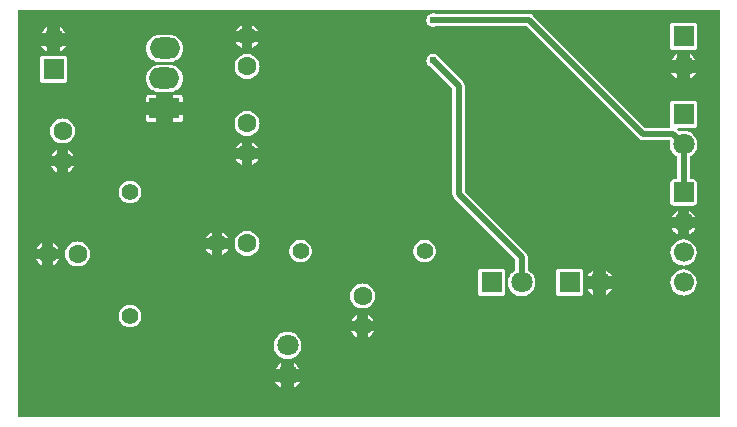
<source format=gbl>
G04 Layer: BottomLayer*
G04 EasyEDA v6.5.40, 2024-08-20 21:44:02*
G04 Gerber Generator version 0.2*
G04 Scale: 100 percent, Rotated: No, Reflected: No *
G04 Dimensions in inches *
G04 leading zeros omitted , absolute positions ,3 integer and 6 decimal *
%FSLAX36Y36*%
%MOIN*%

%ADD10C,0.0200*%
%ADD11C,0.0630*%
%ADD12C,0.0709*%
%ADD13R,0.0709X0.0709*%
%ADD14R,0.0669X0.0669*%
%ADD15C,0.0669*%
%ADD16C,0.0551*%
%ADD17O,0.10236200000000001X0.070866*%
%ADD18R,0.1024X0.0709*%
%ADD19C,0.0244*%
%ADD20C,0.0173*%

%LPD*%
G36*
X14200Y-1367760D02*
G01*
X12660Y-1367440D01*
X11379Y-1366579D01*
X10500Y-1365280D01*
X10200Y-1363760D01*
X10200Y-14200D01*
X10500Y-12660D01*
X11379Y-11379D01*
X12660Y-10500D01*
X14200Y-10200D01*
X2348000Y-10200D01*
X2349540Y-10500D01*
X2350820Y-11379D01*
X2351700Y-12660D01*
X2352000Y-14200D01*
X2352000Y-1363760D01*
X2351700Y-1365280D01*
X2350820Y-1366579D01*
X2349540Y-1367440D01*
X2348000Y-1367760D01*
G37*

%LPC*%
G36*
X930220Y-1270820D02*
G01*
X931979Y-1269980D01*
X936820Y-1266920D01*
X941240Y-1263260D01*
X945160Y-1259080D01*
X948520Y-1254440D01*
X950840Y-1250220D01*
X930220Y-1250220D01*
G37*
G36*
X889780Y-1270820D02*
G01*
X889780Y-1250220D01*
X869160Y-1250220D01*
X871480Y-1254440D01*
X874840Y-1259080D01*
X878760Y-1263260D01*
X883180Y-1266920D01*
X888020Y-1269980D01*
G37*
G36*
X930220Y-1209780D02*
G01*
X950840Y-1209780D01*
X948520Y-1205560D01*
X945160Y-1200920D01*
X941240Y-1196740D01*
X936820Y-1193080D01*
X931979Y-1190020D01*
X930220Y-1189180D01*
G37*
G36*
X869160Y-1209780D02*
G01*
X889780Y-1209780D01*
X889780Y-1189180D01*
X888020Y-1190020D01*
X883180Y-1193080D01*
X878760Y-1196740D01*
X874840Y-1200920D01*
X871480Y-1205560D01*
G37*
G36*
X910000Y-1175620D02*
G01*
X915720Y-1175260D01*
X921340Y-1174200D01*
X926800Y-1172420D01*
X931979Y-1169980D01*
X936820Y-1166920D01*
X941240Y-1163260D01*
X945160Y-1159080D01*
X948520Y-1154440D01*
X951280Y-1149420D01*
X953400Y-1144100D01*
X954820Y-1138540D01*
X955540Y-1132860D01*
X955540Y-1127140D01*
X954820Y-1121460D01*
X953400Y-1115900D01*
X951280Y-1110580D01*
X948520Y-1105560D01*
X945160Y-1100920D01*
X941240Y-1096740D01*
X936820Y-1093080D01*
X931979Y-1090020D01*
X926800Y-1087580D01*
X921340Y-1085800D01*
X915720Y-1084740D01*
X910000Y-1084380D01*
X904280Y-1084740D01*
X898660Y-1085800D01*
X893199Y-1087580D01*
X888020Y-1090020D01*
X883180Y-1093080D01*
X878760Y-1096740D01*
X874840Y-1100920D01*
X871480Y-1105560D01*
X868720Y-1110580D01*
X866600Y-1115900D01*
X865180Y-1121460D01*
X864460Y-1127140D01*
X864460Y-1132860D01*
X865180Y-1138540D01*
X866600Y-1144100D01*
X868720Y-1149420D01*
X871480Y-1154440D01*
X874840Y-1159080D01*
X878760Y-1163260D01*
X883180Y-1166920D01*
X888020Y-1169980D01*
X893199Y-1172420D01*
X898660Y-1174200D01*
X904280Y-1175260D01*
G37*
G36*
X1141760Y-1102380D02*
G01*
X1141760Y-1083240D01*
X1122620Y-1083240D01*
X1123900Y-1085840D01*
X1126920Y-1090380D01*
X1130520Y-1094480D01*
X1134620Y-1098080D01*
X1139160Y-1101100D01*
G37*
G36*
X1178240Y-1102380D02*
G01*
X1180840Y-1101100D01*
X1185380Y-1098080D01*
X1189480Y-1094480D01*
X1193080Y-1090380D01*
X1196100Y-1085840D01*
X1197380Y-1083240D01*
X1178240Y-1083240D01*
G37*
G36*
X385000Y-1069440D02*
G01*
X390140Y-1069100D01*
X395180Y-1068040D01*
X400040Y-1066320D01*
X404620Y-1063940D01*
X408820Y-1060980D01*
X412580Y-1057460D01*
X415840Y-1053460D01*
X418519Y-1049060D01*
X420580Y-1044340D01*
X421960Y-1039380D01*
X422660Y-1034260D01*
X422660Y-1029120D01*
X421960Y-1024020D01*
X420580Y-1019060D01*
X418519Y-1014320D01*
X415840Y-1009920D01*
X412580Y-1005920D01*
X408820Y-1002420D01*
X404620Y-999440D01*
X400040Y-997060D01*
X395180Y-995340D01*
X390140Y-994300D01*
X385000Y-993940D01*
X379860Y-994300D01*
X374820Y-995340D01*
X369960Y-997060D01*
X365379Y-999440D01*
X361180Y-1002420D01*
X357420Y-1005920D01*
X354159Y-1009920D01*
X351480Y-1014320D01*
X349440Y-1019060D01*
X348040Y-1024020D01*
X347340Y-1029120D01*
X347340Y-1034260D01*
X348040Y-1039380D01*
X349440Y-1044340D01*
X351480Y-1049060D01*
X354159Y-1053460D01*
X357420Y-1057460D01*
X361180Y-1060980D01*
X365379Y-1063940D01*
X369960Y-1066320D01*
X374820Y-1068040D01*
X379860Y-1069100D01*
G37*
G36*
X1178240Y-1046760D02*
G01*
X1197380Y-1046760D01*
X1196100Y-1044160D01*
X1193080Y-1039620D01*
X1189480Y-1035520D01*
X1185380Y-1031919D01*
X1180840Y-1028900D01*
X1178240Y-1027620D01*
G37*
G36*
X1122620Y-1046760D02*
G01*
X1141760Y-1046760D01*
X1141760Y-1027620D01*
X1139160Y-1028900D01*
X1134620Y-1031919D01*
X1130520Y-1035520D01*
X1126920Y-1039620D01*
X1123900Y-1044160D01*
G37*
G36*
X1160000Y-1006680D02*
G01*
X1165440Y-1006340D01*
X1170780Y-1005260D01*
X1175960Y-1003520D01*
X1180840Y-1001100D01*
X1185380Y-998080D01*
X1189480Y-994479D01*
X1193080Y-990380D01*
X1196100Y-985840D01*
X1198520Y-980960D01*
X1200260Y-975780D01*
X1201340Y-970440D01*
X1201680Y-965000D01*
X1201340Y-959560D01*
X1200260Y-954220D01*
X1198520Y-949040D01*
X1196100Y-944160D01*
X1193080Y-939620D01*
X1189480Y-935520D01*
X1185380Y-931919D01*
X1180840Y-928900D01*
X1175960Y-926480D01*
X1170780Y-924740D01*
X1165440Y-923660D01*
X1160000Y-923319D01*
X1154560Y-923660D01*
X1149220Y-924740D01*
X1144040Y-926480D01*
X1139160Y-928900D01*
X1134620Y-931919D01*
X1130520Y-935520D01*
X1126920Y-939620D01*
X1123900Y-944160D01*
X1121480Y-949040D01*
X1119740Y-954220D01*
X1118660Y-959560D01*
X1118320Y-965000D01*
X1118660Y-970440D01*
X1119740Y-975780D01*
X1121480Y-980960D01*
X1123900Y-985840D01*
X1126920Y-990380D01*
X1130520Y-994479D01*
X1134620Y-998080D01*
X1139160Y-1001100D01*
X1144040Y-1003520D01*
X1149220Y-1005260D01*
X1154560Y-1006340D01*
G37*
G36*
X1814800Y-965639D02*
G01*
X1885200Y-965639D01*
X1887700Y-965360D01*
X1889840Y-964599D01*
X1891780Y-963379D01*
X1893380Y-961780D01*
X1894600Y-959840D01*
X1895360Y-957700D01*
X1895640Y-955200D01*
X1895640Y-884800D01*
X1895360Y-882300D01*
X1894600Y-880160D01*
X1893380Y-878220D01*
X1891780Y-876620D01*
X1889840Y-875400D01*
X1887700Y-874640D01*
X1885200Y-874360D01*
X1814800Y-874360D01*
X1812300Y-874640D01*
X1810160Y-875400D01*
X1808220Y-876620D01*
X1806620Y-878220D01*
X1805400Y-880160D01*
X1804640Y-882300D01*
X1804360Y-884800D01*
X1804360Y-955200D01*
X1804640Y-957700D01*
X1805400Y-959840D01*
X1806620Y-961780D01*
X1808220Y-963379D01*
X1810160Y-964599D01*
X1812300Y-965360D01*
G37*
G36*
X1554800Y-965639D02*
G01*
X1625200Y-965639D01*
X1627700Y-965360D01*
X1629840Y-964599D01*
X1631780Y-963379D01*
X1633380Y-961780D01*
X1634600Y-959840D01*
X1635360Y-957700D01*
X1635640Y-955200D01*
X1635640Y-884800D01*
X1635360Y-882300D01*
X1634600Y-880160D01*
X1633380Y-878220D01*
X1631780Y-876620D01*
X1629840Y-875400D01*
X1627700Y-874640D01*
X1625200Y-874360D01*
X1554800Y-874360D01*
X1552300Y-874640D01*
X1550160Y-875400D01*
X1548220Y-876620D01*
X1546620Y-878220D01*
X1545400Y-880160D01*
X1544640Y-882300D01*
X1544360Y-884800D01*
X1544360Y-955200D01*
X1544640Y-957700D01*
X1545400Y-959840D01*
X1546620Y-961780D01*
X1548220Y-963379D01*
X1550160Y-964599D01*
X1552300Y-965360D01*
G37*
G36*
X1687140Y-965540D02*
G01*
X1692860Y-965540D01*
X1698540Y-964820D01*
X1704100Y-963400D01*
X1709420Y-961280D01*
X1714440Y-958520D01*
X1719079Y-955160D01*
X1723260Y-951240D01*
X1726920Y-946820D01*
X1729980Y-941979D01*
X1732420Y-936800D01*
X1734199Y-931340D01*
X1735260Y-925720D01*
X1735620Y-920000D01*
X1735260Y-914280D01*
X1734199Y-908660D01*
X1732420Y-903199D01*
X1729980Y-898020D01*
X1726920Y-893180D01*
X1723260Y-888760D01*
X1719079Y-884840D01*
X1714440Y-881480D01*
X1712280Y-880280D01*
X1711180Y-879400D01*
X1710460Y-878180D01*
X1710200Y-876780D01*
X1710200Y-835080D01*
X1710120Y-833240D01*
X1709880Y-831500D01*
X1709500Y-829780D01*
X1708980Y-828100D01*
X1708300Y-826460D01*
X1707500Y-824900D01*
X1706540Y-823420D01*
X1705480Y-822020D01*
X1704220Y-820660D01*
X1501380Y-617800D01*
X1500500Y-616500D01*
X1500200Y-614980D01*
X1500200Y-265080D01*
X1500120Y-263240D01*
X1499880Y-261500D01*
X1499500Y-259780D01*
X1498980Y-258100D01*
X1498300Y-256460D01*
X1497500Y-254899D01*
X1496540Y-253420D01*
X1495480Y-252020D01*
X1494220Y-250660D01*
X1416639Y-173060D01*
X1415820Y-171880D01*
X1414540Y-169080D01*
X1412420Y-165940D01*
X1409800Y-163200D01*
X1406740Y-160940D01*
X1403340Y-159220D01*
X1399720Y-158120D01*
X1395960Y-157620D01*
X1392160Y-157800D01*
X1388440Y-158600D01*
X1384920Y-160000D01*
X1381680Y-162000D01*
X1378839Y-164500D01*
X1376440Y-167460D01*
X1374600Y-170780D01*
X1373340Y-174360D01*
X1372700Y-178100D01*
X1372700Y-181900D01*
X1373340Y-185640D01*
X1374600Y-189220D01*
X1376440Y-192540D01*
X1378839Y-195500D01*
X1381680Y-198000D01*
X1384920Y-200000D01*
X1386680Y-200700D01*
X1388020Y-201580D01*
X1458620Y-272200D01*
X1459500Y-273500D01*
X1459800Y-275020D01*
X1459800Y-624920D01*
X1459880Y-626760D01*
X1460120Y-628500D01*
X1460500Y-630220D01*
X1461020Y-631900D01*
X1461699Y-633540D01*
X1462500Y-635100D01*
X1463460Y-636580D01*
X1464520Y-637980D01*
X1465780Y-639340D01*
X1668620Y-842200D01*
X1669500Y-843500D01*
X1669800Y-845020D01*
X1669800Y-876780D01*
X1669540Y-878180D01*
X1668820Y-879400D01*
X1667720Y-880280D01*
X1665560Y-881480D01*
X1660920Y-884840D01*
X1656740Y-888760D01*
X1653080Y-893180D01*
X1650020Y-898020D01*
X1647580Y-903199D01*
X1645800Y-908660D01*
X1644740Y-914280D01*
X1644379Y-920000D01*
X1644740Y-925720D01*
X1645800Y-931340D01*
X1647580Y-936800D01*
X1650020Y-941979D01*
X1653080Y-946820D01*
X1656740Y-951240D01*
X1660920Y-955160D01*
X1665560Y-958520D01*
X1670580Y-961280D01*
X1675900Y-963400D01*
X1681459Y-964820D01*
G37*
G36*
X2230000Y-963660D02*
G01*
X2235580Y-963300D01*
X2241080Y-962220D01*
X2246380Y-960460D01*
X2251420Y-958040D01*
X2256120Y-954980D01*
X2260380Y-951360D01*
X2264140Y-947220D01*
X2267340Y-942640D01*
X2269920Y-937680D01*
X2271860Y-932420D01*
X2273100Y-926960D01*
X2273640Y-921400D01*
X2273460Y-915800D01*
X2272560Y-910280D01*
X2270980Y-904920D01*
X2268700Y-899800D01*
X2265800Y-895020D01*
X2262320Y-890639D01*
X2258300Y-886760D01*
X2253820Y-883420D01*
X2248940Y-880660D01*
X2243760Y-878560D01*
X2238340Y-877140D01*
X2232800Y-876440D01*
X2227200Y-876440D01*
X2221660Y-877140D01*
X2216240Y-878560D01*
X2211060Y-880660D01*
X2206180Y-883420D01*
X2201700Y-886760D01*
X2197680Y-890639D01*
X2194200Y-895020D01*
X2191300Y-899800D01*
X2189040Y-904920D01*
X2187440Y-910280D01*
X2186540Y-915800D01*
X2186360Y-921400D01*
X2186900Y-926960D01*
X2188140Y-932420D01*
X2190080Y-937680D01*
X2192660Y-942640D01*
X2195860Y-947220D01*
X2199620Y-951360D01*
X2203880Y-954980D01*
X2208580Y-958040D01*
X2213620Y-960460D01*
X2218920Y-962220D01*
X2224420Y-963300D01*
G37*
G36*
X1970220Y-960840D02*
G01*
X1974440Y-958520D01*
X1979079Y-955160D01*
X1983260Y-951240D01*
X1986920Y-946820D01*
X1989980Y-941979D01*
X1990820Y-940220D01*
X1970220Y-940220D01*
G37*
G36*
X1929780Y-960840D02*
G01*
X1929780Y-940220D01*
X1909180Y-940220D01*
X1910020Y-941979D01*
X1913080Y-946820D01*
X1916740Y-951240D01*
X1920920Y-955160D01*
X1925560Y-958520D01*
G37*
G36*
X1909180Y-899780D02*
G01*
X1929780Y-899780D01*
X1929780Y-879160D01*
X1925560Y-881480D01*
X1920920Y-884840D01*
X1916740Y-888760D01*
X1913080Y-893180D01*
X1910020Y-898020D01*
G37*
G36*
X1970220Y-899780D02*
G01*
X1990820Y-899780D01*
X1989980Y-898020D01*
X1986920Y-893180D01*
X1983260Y-888760D01*
X1979079Y-884840D01*
X1974440Y-881480D01*
X1970220Y-879160D01*
G37*
G36*
X210000Y-866680D02*
G01*
X215440Y-866340D01*
X220780Y-865260D01*
X225960Y-863520D01*
X230840Y-861100D01*
X235380Y-858080D01*
X239480Y-854479D01*
X243080Y-850380D01*
X246100Y-845840D01*
X248520Y-840960D01*
X250260Y-835780D01*
X251340Y-830440D01*
X251680Y-825000D01*
X251340Y-819560D01*
X250260Y-814220D01*
X248520Y-809040D01*
X246100Y-804160D01*
X243080Y-799620D01*
X239480Y-795520D01*
X235380Y-791919D01*
X230840Y-788900D01*
X225960Y-786480D01*
X220780Y-784740D01*
X215440Y-783660D01*
X210000Y-783319D01*
X204560Y-783660D01*
X199220Y-784740D01*
X194040Y-786480D01*
X189160Y-788900D01*
X184620Y-791919D01*
X180520Y-795520D01*
X176920Y-799620D01*
X173900Y-804160D01*
X171480Y-809040D01*
X169740Y-814220D01*
X168660Y-819560D01*
X168320Y-825000D01*
X168660Y-830440D01*
X169740Y-835780D01*
X171480Y-840960D01*
X173900Y-845840D01*
X176920Y-850380D01*
X180520Y-854479D01*
X184620Y-858080D01*
X189160Y-861100D01*
X194040Y-863520D01*
X199220Y-865260D01*
X204560Y-866340D01*
G37*
G36*
X2230000Y-863660D02*
G01*
X2235580Y-863300D01*
X2241080Y-862220D01*
X2246380Y-860460D01*
X2251420Y-858040D01*
X2256120Y-854980D01*
X2260380Y-851360D01*
X2264140Y-847220D01*
X2267340Y-842640D01*
X2269920Y-837680D01*
X2271860Y-832420D01*
X2273100Y-826960D01*
X2273640Y-821400D01*
X2273460Y-815800D01*
X2272560Y-810280D01*
X2270980Y-804920D01*
X2268700Y-799800D01*
X2265800Y-795020D01*
X2262320Y-790639D01*
X2258300Y-786760D01*
X2253820Y-783420D01*
X2248940Y-780660D01*
X2243760Y-778560D01*
X2238340Y-777140D01*
X2232800Y-776440D01*
X2227200Y-776440D01*
X2221660Y-777140D01*
X2216240Y-778560D01*
X2211060Y-780660D01*
X2206180Y-783420D01*
X2201700Y-786760D01*
X2197680Y-790639D01*
X2194200Y-795020D01*
X2191300Y-799800D01*
X2189040Y-804920D01*
X2187440Y-810280D01*
X2186540Y-815800D01*
X2186360Y-821400D01*
X2186900Y-826960D01*
X2188140Y-832420D01*
X2190080Y-837680D01*
X2192660Y-842640D01*
X2195860Y-847220D01*
X2199620Y-851360D01*
X2203880Y-854980D01*
X2208580Y-858040D01*
X2213620Y-860460D01*
X2218920Y-862220D01*
X2224420Y-863300D01*
G37*
G36*
X128240Y-862380D02*
G01*
X130840Y-861100D01*
X135380Y-858080D01*
X139480Y-854479D01*
X143080Y-850380D01*
X146100Y-845840D01*
X147380Y-843240D01*
X128240Y-843240D01*
G37*
G36*
X91760Y-862380D02*
G01*
X91760Y-843240D01*
X72620Y-843240D01*
X73900Y-845840D01*
X76920Y-850380D01*
X80520Y-854479D01*
X84620Y-858080D01*
X89160Y-861100D01*
G37*
G36*
X1364120Y-852660D02*
G01*
X1369259Y-852660D01*
X1374379Y-851960D01*
X1379340Y-850580D01*
X1384060Y-848520D01*
X1388460Y-845840D01*
X1392460Y-842580D01*
X1395980Y-838820D01*
X1398940Y-834620D01*
X1401320Y-830040D01*
X1403040Y-825180D01*
X1404100Y-820140D01*
X1404440Y-815000D01*
X1404100Y-809860D01*
X1403040Y-804820D01*
X1401320Y-799960D01*
X1398940Y-795380D01*
X1395980Y-791180D01*
X1392460Y-787420D01*
X1388460Y-784160D01*
X1384060Y-781480D01*
X1379340Y-779440D01*
X1374379Y-778040D01*
X1369259Y-777340D01*
X1364120Y-777340D01*
X1359019Y-778040D01*
X1354060Y-779440D01*
X1349319Y-781480D01*
X1344920Y-784160D01*
X1340920Y-787420D01*
X1337420Y-791180D01*
X1334440Y-795380D01*
X1332060Y-799960D01*
X1330340Y-804820D01*
X1329300Y-809860D01*
X1328940Y-815000D01*
X1329300Y-820140D01*
X1330340Y-825180D01*
X1332060Y-830040D01*
X1334440Y-834620D01*
X1337420Y-838820D01*
X1340920Y-842580D01*
X1344920Y-845840D01*
X1349319Y-848520D01*
X1354060Y-850580D01*
X1359019Y-851960D01*
G37*
G36*
X950740Y-852660D02*
G01*
X955879Y-852660D01*
X960980Y-851960D01*
X965939Y-850580D01*
X970680Y-848520D01*
X975080Y-845840D01*
X979080Y-842580D01*
X982580Y-838820D01*
X985560Y-834620D01*
X987940Y-830040D01*
X989659Y-825180D01*
X990699Y-820140D01*
X991060Y-815000D01*
X990699Y-809860D01*
X989659Y-804820D01*
X987940Y-799960D01*
X985560Y-795380D01*
X982580Y-791180D01*
X979080Y-787420D01*
X975080Y-784160D01*
X970680Y-781480D01*
X965939Y-779440D01*
X960980Y-778040D01*
X955879Y-777340D01*
X950740Y-777340D01*
X945620Y-778040D01*
X940660Y-779440D01*
X935939Y-781480D01*
X931540Y-784160D01*
X927540Y-787420D01*
X924020Y-791180D01*
X921060Y-795380D01*
X918680Y-799960D01*
X916960Y-804820D01*
X915900Y-809860D01*
X915560Y-815000D01*
X915900Y-820140D01*
X916960Y-825180D01*
X918680Y-830040D01*
X921060Y-834620D01*
X924020Y-838820D01*
X927540Y-842580D01*
X931540Y-845840D01*
X935939Y-848520D01*
X940660Y-850580D01*
X945620Y-851960D01*
G37*
G36*
X775000Y-831680D02*
G01*
X780440Y-831340D01*
X785780Y-830260D01*
X790960Y-828520D01*
X795840Y-826100D01*
X800380Y-823080D01*
X804479Y-819479D01*
X808080Y-815380D01*
X811100Y-810840D01*
X813520Y-805960D01*
X815260Y-800780D01*
X816340Y-795440D01*
X816680Y-790000D01*
X816340Y-784560D01*
X815260Y-779220D01*
X813520Y-774040D01*
X811100Y-769160D01*
X808080Y-764620D01*
X804479Y-760520D01*
X800380Y-756919D01*
X795840Y-753900D01*
X790960Y-751480D01*
X785780Y-749740D01*
X780440Y-748660D01*
X775000Y-748319D01*
X769560Y-748660D01*
X764220Y-749740D01*
X759040Y-751480D01*
X754160Y-753900D01*
X749620Y-756919D01*
X745520Y-760520D01*
X741919Y-764620D01*
X738900Y-769160D01*
X736480Y-774040D01*
X734740Y-779220D01*
X733660Y-784560D01*
X733319Y-790000D01*
X733660Y-795440D01*
X734740Y-800780D01*
X736480Y-805960D01*
X738900Y-810840D01*
X741919Y-815380D01*
X745520Y-819479D01*
X749620Y-823080D01*
X754160Y-826100D01*
X759040Y-828520D01*
X764220Y-830260D01*
X769560Y-831340D01*
G37*
G36*
X656760Y-827380D02*
G01*
X656760Y-808240D01*
X637620Y-808240D01*
X638900Y-810840D01*
X641919Y-815380D01*
X645520Y-819479D01*
X649620Y-823080D01*
X654160Y-826100D01*
G37*
G36*
X693240Y-827380D02*
G01*
X695840Y-826100D01*
X700380Y-823080D01*
X704479Y-819479D01*
X708080Y-815380D01*
X711100Y-810840D01*
X712380Y-808240D01*
X693240Y-808240D01*
G37*
G36*
X128240Y-806760D02*
G01*
X147380Y-806760D01*
X146100Y-804160D01*
X143080Y-799620D01*
X139480Y-795520D01*
X135380Y-791919D01*
X130840Y-788900D01*
X128240Y-787620D01*
G37*
G36*
X72620Y-806760D02*
G01*
X91760Y-806760D01*
X91760Y-787620D01*
X89160Y-788900D01*
X84620Y-791919D01*
X80520Y-795520D01*
X76920Y-799620D01*
X73900Y-804160D01*
G37*
G36*
X637620Y-771760D02*
G01*
X656760Y-771760D01*
X656760Y-752620D01*
X654160Y-753900D01*
X649620Y-756919D01*
X645520Y-760520D01*
X641919Y-764620D01*
X638900Y-769160D01*
G37*
G36*
X693240Y-771760D02*
G01*
X712380Y-771760D01*
X711100Y-769160D01*
X708080Y-764620D01*
X704479Y-760520D01*
X700380Y-756919D01*
X695840Y-753900D01*
X693240Y-752620D01*
G37*
G36*
X2210760Y-759100D02*
G01*
X2210760Y-739240D01*
X2190900Y-739240D01*
X2192660Y-742640D01*
X2195860Y-747220D01*
X2199620Y-751360D01*
X2203880Y-754980D01*
X2208580Y-758040D01*
G37*
G36*
X2249240Y-759100D02*
G01*
X2251420Y-758040D01*
X2256120Y-754980D01*
X2260380Y-751360D01*
X2264140Y-747220D01*
X2267340Y-742640D01*
X2269100Y-739240D01*
X2249240Y-739240D01*
G37*
G36*
X2190860Y-700759D02*
G01*
X2210760Y-700759D01*
X2210760Y-680840D01*
X2206180Y-683420D01*
X2201700Y-686760D01*
X2197680Y-690639D01*
X2194200Y-695020D01*
X2191300Y-699800D01*
G37*
G36*
X2249240Y-700759D02*
G01*
X2269140Y-700759D01*
X2268700Y-699800D01*
X2265800Y-695020D01*
X2262320Y-690639D01*
X2258300Y-686760D01*
X2253820Y-683420D01*
X2249240Y-680840D01*
G37*
G36*
X2196760Y-663660D02*
G01*
X2263240Y-663660D01*
X2265720Y-663379D01*
X2267880Y-662640D01*
X2269800Y-661420D01*
X2271420Y-659800D01*
X2272640Y-657880D01*
X2273380Y-655720D01*
X2273660Y-653240D01*
X2273660Y-586760D01*
X2273380Y-584280D01*
X2272640Y-582120D01*
X2271420Y-580200D01*
X2269800Y-578580D01*
X2267880Y-577360D01*
X2265720Y-576620D01*
X2263240Y-576340D01*
X2254200Y-576340D01*
X2252660Y-576040D01*
X2251380Y-575160D01*
X2250500Y-573860D01*
X2250200Y-572340D01*
X2250200Y-503320D01*
X2250420Y-502000D01*
X2251060Y-500820D01*
X2252060Y-499940D01*
X2256820Y-496920D01*
X2261240Y-493260D01*
X2265160Y-489080D01*
X2268520Y-484440D01*
X2271280Y-479420D01*
X2273400Y-474099D01*
X2274820Y-468540D01*
X2275540Y-462860D01*
X2275540Y-457140D01*
X2274820Y-451460D01*
X2273400Y-445900D01*
X2271280Y-440580D01*
X2268520Y-435560D01*
X2265160Y-430920D01*
X2261240Y-426740D01*
X2256820Y-423080D01*
X2251980Y-420020D01*
X2246800Y-417580D01*
X2241340Y-415800D01*
X2235720Y-414739D01*
X2230000Y-414380D01*
X2224280Y-414739D01*
X2218660Y-415800D01*
X2217760Y-416100D01*
X2216320Y-416300D01*
X2214900Y-415940D01*
X2213700Y-415120D01*
X2211020Y-412460D01*
X2210160Y-411160D01*
X2209860Y-409640D01*
X2210160Y-408100D01*
X2211020Y-406800D01*
X2212320Y-405940D01*
X2213860Y-405640D01*
X2265200Y-405640D01*
X2267700Y-405360D01*
X2269840Y-404600D01*
X2271780Y-403380D01*
X2273380Y-401780D01*
X2274600Y-399840D01*
X2275360Y-397700D01*
X2275640Y-395200D01*
X2275640Y-324799D01*
X2275360Y-322299D01*
X2274600Y-320160D01*
X2273380Y-318220D01*
X2271780Y-316620D01*
X2269840Y-315400D01*
X2267700Y-314640D01*
X2265200Y-314360D01*
X2194800Y-314360D01*
X2192300Y-314640D01*
X2190160Y-315400D01*
X2188220Y-316620D01*
X2186620Y-318220D01*
X2185400Y-320160D01*
X2184640Y-322299D01*
X2184360Y-324799D01*
X2184360Y-395200D01*
X2184640Y-397700D01*
X2185280Y-399480D01*
X2185500Y-400980D01*
X2185140Y-402460D01*
X2184260Y-403700D01*
X2182980Y-404520D01*
X2181500Y-404799D01*
X2105020Y-404799D01*
X2103500Y-404500D01*
X2102200Y-403620D01*
X1729340Y-30780D01*
X1727980Y-29520D01*
X1726579Y-28460D01*
X1725100Y-27500D01*
X1723540Y-26700D01*
X1721900Y-26020D01*
X1720220Y-25500D01*
X1718500Y-25120D01*
X1716759Y-24880D01*
X1714920Y-24800D01*
X1405440Y-24800D01*
X1404520Y-24700D01*
X1403340Y-24220D01*
X1399720Y-23120D01*
X1395960Y-22620D01*
X1392160Y-22799D01*
X1388440Y-23600D01*
X1384920Y-25000D01*
X1381680Y-27000D01*
X1378839Y-29500D01*
X1376440Y-32460D01*
X1374600Y-35780D01*
X1373340Y-39360D01*
X1372700Y-43099D01*
X1372700Y-46900D01*
X1373340Y-50640D01*
X1374600Y-54220D01*
X1376440Y-57539D01*
X1378839Y-60500D01*
X1381680Y-63000D01*
X1384920Y-65000D01*
X1388440Y-66400D01*
X1392160Y-67200D01*
X1395960Y-67380D01*
X1399720Y-66880D01*
X1403340Y-65780D01*
X1404520Y-65300D01*
X1405440Y-65199D01*
X1704980Y-65199D01*
X1706500Y-65500D01*
X1707800Y-66380D01*
X2080660Y-439219D01*
X2082020Y-440480D01*
X2083420Y-441540D01*
X2084900Y-442500D01*
X2086459Y-443300D01*
X2088100Y-443980D01*
X2089780Y-444500D01*
X2091500Y-444880D01*
X2093240Y-445120D01*
X2095080Y-445200D01*
X2181640Y-445200D01*
X2183060Y-445460D01*
X2184300Y-446220D01*
X2185180Y-447360D01*
X2185600Y-448740D01*
X2185500Y-450200D01*
X2185180Y-451460D01*
X2184460Y-457140D01*
X2184460Y-462860D01*
X2185180Y-468540D01*
X2186600Y-474099D01*
X2188720Y-479420D01*
X2191480Y-484440D01*
X2194840Y-489080D01*
X2198760Y-493260D01*
X2203180Y-496920D01*
X2207940Y-499940D01*
X2208940Y-500820D01*
X2209580Y-502000D01*
X2209800Y-503320D01*
X2209800Y-572340D01*
X2209500Y-573860D01*
X2208620Y-575160D01*
X2207340Y-576040D01*
X2205800Y-576340D01*
X2196760Y-576340D01*
X2194280Y-576620D01*
X2192120Y-577360D01*
X2190200Y-578580D01*
X2188580Y-580200D01*
X2187360Y-582120D01*
X2186620Y-584280D01*
X2186340Y-586760D01*
X2186340Y-653240D01*
X2186620Y-655720D01*
X2187360Y-657880D01*
X2188580Y-659800D01*
X2190200Y-661420D01*
X2192120Y-662640D01*
X2194280Y-663379D01*
G37*
G36*
X385000Y-656060D02*
G01*
X390140Y-655699D01*
X395180Y-654659D01*
X400040Y-652940D01*
X404620Y-650560D01*
X408820Y-647580D01*
X412580Y-644080D01*
X415840Y-640080D01*
X418519Y-635680D01*
X420580Y-630940D01*
X421960Y-625980D01*
X422660Y-620880D01*
X422660Y-615740D01*
X421960Y-610620D01*
X420580Y-605660D01*
X418519Y-600940D01*
X415840Y-596540D01*
X412580Y-592540D01*
X408820Y-589020D01*
X404620Y-586060D01*
X400040Y-583680D01*
X395180Y-581960D01*
X390140Y-580900D01*
X385000Y-580560D01*
X379860Y-580900D01*
X374820Y-581960D01*
X369960Y-583680D01*
X365379Y-586060D01*
X361180Y-589020D01*
X357420Y-592540D01*
X354159Y-596540D01*
X351480Y-600940D01*
X349440Y-605660D01*
X348040Y-610620D01*
X347340Y-615740D01*
X347340Y-620880D01*
X348040Y-625980D01*
X349440Y-630940D01*
X351480Y-635680D01*
X354159Y-640080D01*
X357420Y-644080D01*
X361180Y-647580D01*
X365379Y-650560D01*
X369960Y-652940D01*
X374820Y-654659D01*
X379860Y-655699D01*
G37*
G36*
X178240Y-552380D02*
G01*
X180840Y-551100D01*
X185380Y-548080D01*
X189480Y-544480D01*
X193080Y-540380D01*
X196100Y-535840D01*
X197380Y-533240D01*
X178240Y-533240D01*
G37*
G36*
X141760Y-552380D02*
G01*
X141760Y-533240D01*
X122620Y-533240D01*
X123900Y-535840D01*
X126920Y-540380D01*
X130520Y-544480D01*
X134620Y-548080D01*
X139160Y-551100D01*
G37*
G36*
X756760Y-527380D02*
G01*
X756760Y-508240D01*
X737620Y-508240D01*
X738900Y-510840D01*
X741919Y-515379D01*
X745520Y-519480D01*
X749620Y-523080D01*
X754160Y-526100D01*
G37*
G36*
X793240Y-527380D02*
G01*
X795840Y-526100D01*
X800380Y-523080D01*
X804479Y-519480D01*
X808080Y-515379D01*
X811100Y-510840D01*
X812380Y-508240D01*
X793240Y-508240D01*
G37*
G36*
X122620Y-496760D02*
G01*
X141760Y-496760D01*
X141760Y-477620D01*
X139160Y-478900D01*
X134620Y-481920D01*
X130520Y-485520D01*
X126920Y-489620D01*
X123900Y-494159D01*
G37*
G36*
X178240Y-496760D02*
G01*
X197380Y-496760D01*
X196100Y-494159D01*
X193080Y-489620D01*
X189480Y-485520D01*
X185380Y-481920D01*
X180840Y-478900D01*
X178240Y-477620D01*
G37*
G36*
X737620Y-471760D02*
G01*
X756760Y-471760D01*
X756760Y-452620D01*
X754160Y-453900D01*
X749620Y-456920D01*
X745520Y-460520D01*
X741919Y-464620D01*
X738900Y-469159D01*
G37*
G36*
X793240Y-471760D02*
G01*
X812380Y-471760D01*
X811100Y-469159D01*
X808080Y-464620D01*
X804479Y-460520D01*
X800380Y-456920D01*
X795840Y-453900D01*
X793240Y-452620D01*
G37*
G36*
X160000Y-456680D02*
G01*
X165440Y-456340D01*
X170780Y-455260D01*
X175960Y-453519D01*
X180840Y-451100D01*
X185380Y-448080D01*
X189480Y-444480D01*
X193080Y-440379D01*
X196100Y-435840D01*
X198520Y-430959D01*
X200260Y-425780D01*
X201340Y-420439D01*
X201680Y-415000D01*
X201340Y-409560D01*
X200260Y-404219D01*
X198520Y-399040D01*
X196100Y-394159D01*
X193080Y-389620D01*
X189480Y-385520D01*
X185380Y-381920D01*
X180840Y-378900D01*
X175960Y-376480D01*
X170780Y-374739D01*
X165440Y-373660D01*
X160000Y-373320D01*
X154560Y-373660D01*
X149220Y-374739D01*
X144040Y-376480D01*
X139160Y-378900D01*
X134620Y-381920D01*
X130520Y-385520D01*
X126920Y-389620D01*
X123900Y-394159D01*
X121480Y-399040D01*
X119740Y-404219D01*
X118660Y-409560D01*
X118320Y-415000D01*
X118660Y-420439D01*
X119740Y-425780D01*
X121480Y-430959D01*
X123900Y-435840D01*
X126920Y-440379D01*
X130520Y-444480D01*
X134620Y-448080D01*
X139160Y-451100D01*
X144040Y-453519D01*
X149220Y-455260D01*
X154560Y-456340D01*
G37*
G36*
X775000Y-431680D02*
G01*
X780440Y-431340D01*
X785780Y-430260D01*
X790960Y-428519D01*
X795840Y-426100D01*
X800380Y-423080D01*
X804479Y-419480D01*
X808080Y-415379D01*
X811100Y-410840D01*
X813520Y-405959D01*
X815260Y-400780D01*
X816340Y-395439D01*
X816680Y-390000D01*
X816340Y-384560D01*
X815260Y-379219D01*
X813520Y-374040D01*
X811100Y-369159D01*
X808080Y-364620D01*
X804479Y-360520D01*
X800380Y-356920D01*
X795840Y-353900D01*
X790960Y-351480D01*
X785780Y-349739D01*
X780440Y-348660D01*
X775000Y-348320D01*
X769560Y-348660D01*
X764220Y-349739D01*
X759040Y-351480D01*
X754160Y-353900D01*
X749620Y-356920D01*
X745520Y-360520D01*
X741919Y-364620D01*
X738900Y-369159D01*
X736480Y-374040D01*
X734740Y-379219D01*
X733660Y-384560D01*
X733319Y-390000D01*
X733660Y-395439D01*
X734740Y-400780D01*
X736480Y-405959D01*
X738900Y-410840D01*
X741919Y-415379D01*
X745520Y-419480D01*
X749620Y-423080D01*
X754160Y-426100D01*
X759040Y-428519D01*
X764220Y-430260D01*
X769560Y-431340D01*
G37*
G36*
X527900Y-385640D02*
G01*
X550760Y-385640D01*
X553260Y-385360D01*
X555400Y-384600D01*
X557320Y-383400D01*
X558940Y-381780D01*
X560160Y-379860D01*
X560900Y-377700D01*
X561180Y-375220D01*
X561180Y-360220D01*
X527900Y-360220D01*
G37*
G36*
X448840Y-385640D02*
G01*
X471719Y-385640D01*
X471719Y-360220D01*
X438420Y-360220D01*
X438420Y-375220D01*
X438700Y-377700D01*
X439460Y-379860D01*
X440660Y-381780D01*
X442280Y-383400D01*
X444200Y-384600D01*
X446360Y-385360D01*
G37*
G36*
X527900Y-319780D02*
G01*
X561180Y-319780D01*
X561180Y-304800D01*
X560900Y-302300D01*
X560160Y-300160D01*
X558940Y-298220D01*
X557320Y-296620D01*
X555400Y-295400D01*
X553260Y-294660D01*
X550760Y-294380D01*
X527900Y-294380D01*
G37*
G36*
X438420Y-319780D02*
G01*
X471719Y-319780D01*
X471719Y-294380D01*
X448840Y-294380D01*
X446360Y-294660D01*
X444200Y-295400D01*
X442280Y-296620D01*
X440660Y-298220D01*
X439460Y-300160D01*
X438700Y-302300D01*
X438420Y-304800D01*
G37*
G36*
X484180Y-285640D02*
G01*
X515420Y-285640D01*
X521280Y-285280D01*
X526900Y-284200D01*
X532340Y-282420D01*
X537540Y-279980D01*
X542380Y-276920D01*
X546780Y-273260D01*
X550700Y-269080D01*
X554080Y-264460D01*
X556840Y-259440D01*
X558940Y-254100D01*
X560360Y-248560D01*
X561080Y-242860D01*
X561080Y-237140D01*
X560360Y-231460D01*
X558940Y-225900D01*
X556840Y-220580D01*
X554080Y-215560D01*
X550700Y-210920D01*
X546780Y-206740D01*
X542380Y-203100D01*
X537540Y-200020D01*
X532340Y-197580D01*
X526900Y-195820D01*
X521280Y-194740D01*
X515420Y-194380D01*
X484180Y-194380D01*
X478340Y-194740D01*
X472720Y-195820D01*
X467260Y-197580D01*
X462080Y-200020D01*
X457239Y-203100D01*
X452819Y-206740D01*
X448900Y-210920D01*
X445540Y-215560D01*
X442780Y-220580D01*
X440660Y-225900D01*
X439240Y-231460D01*
X438519Y-237140D01*
X438519Y-242860D01*
X439240Y-248560D01*
X440660Y-254100D01*
X442780Y-259440D01*
X445540Y-264460D01*
X448900Y-269080D01*
X452819Y-273260D01*
X457239Y-276920D01*
X462080Y-279980D01*
X467260Y-282420D01*
X472720Y-284200D01*
X478340Y-285280D01*
G37*
G36*
X94800Y-255640D02*
G01*
X165200Y-255640D01*
X167700Y-255360D01*
X169840Y-254600D01*
X171780Y-253380D01*
X173380Y-251780D01*
X174600Y-249840D01*
X175360Y-247700D01*
X175640Y-245200D01*
X175640Y-174800D01*
X175360Y-172300D01*
X174600Y-170159D01*
X173380Y-168220D01*
X171780Y-166620D01*
X169840Y-165400D01*
X167700Y-164640D01*
X165200Y-164360D01*
X94800Y-164360D01*
X92300Y-164640D01*
X90160Y-165400D01*
X88219Y-166620D01*
X86620Y-168220D01*
X85399Y-170159D01*
X84640Y-172300D01*
X84360Y-174800D01*
X84360Y-245200D01*
X84640Y-247700D01*
X85399Y-249840D01*
X86620Y-251780D01*
X88219Y-253380D01*
X90160Y-254600D01*
X92300Y-255360D01*
G37*
G36*
X775000Y-241680D02*
G01*
X780440Y-241340D01*
X785780Y-240260D01*
X790960Y-238520D01*
X795840Y-236100D01*
X800380Y-233080D01*
X804479Y-229480D01*
X808080Y-225380D01*
X811100Y-220840D01*
X813520Y-215960D01*
X815260Y-210780D01*
X816340Y-205440D01*
X816680Y-200000D01*
X816340Y-194560D01*
X815260Y-189220D01*
X813520Y-184040D01*
X811100Y-179160D01*
X808080Y-174620D01*
X804479Y-170520D01*
X800380Y-166920D01*
X795840Y-163900D01*
X790960Y-161480D01*
X785780Y-159740D01*
X780440Y-158660D01*
X775000Y-158320D01*
X769560Y-158660D01*
X764220Y-159740D01*
X759040Y-161480D01*
X754160Y-163900D01*
X749620Y-166920D01*
X745520Y-170520D01*
X741919Y-174620D01*
X738900Y-179160D01*
X736480Y-184040D01*
X734740Y-189220D01*
X733660Y-194560D01*
X733319Y-200000D01*
X733660Y-205440D01*
X734740Y-210780D01*
X736480Y-215960D01*
X738900Y-220840D01*
X741919Y-225380D01*
X745520Y-229480D01*
X749620Y-233080D01*
X754160Y-236100D01*
X759040Y-238520D01*
X764220Y-240260D01*
X769560Y-241340D01*
G37*
G36*
X2209780Y-240820D02*
G01*
X2209780Y-220219D01*
X2189160Y-220219D01*
X2191480Y-224440D01*
X2194840Y-229080D01*
X2198760Y-233260D01*
X2203180Y-236920D01*
X2208020Y-239980D01*
G37*
G36*
X2250220Y-240820D02*
G01*
X2251980Y-239980D01*
X2256820Y-236920D01*
X2261240Y-233260D01*
X2265160Y-229080D01*
X2268520Y-224440D01*
X2270840Y-220219D01*
X2250220Y-220219D01*
G37*
G36*
X484580Y-185640D02*
G01*
X515820Y-185640D01*
X521659Y-185280D01*
X527300Y-184200D01*
X532740Y-182420D01*
X537920Y-179980D01*
X542760Y-176920D01*
X547180Y-173260D01*
X551100Y-169080D01*
X554460Y-164460D01*
X557220Y-159440D01*
X559340Y-154100D01*
X560760Y-148560D01*
X561480Y-142860D01*
X561480Y-137140D01*
X560760Y-131460D01*
X559340Y-125900D01*
X557220Y-120580D01*
X554460Y-115559D01*
X551100Y-110920D01*
X547180Y-106740D01*
X542760Y-103100D01*
X537920Y-100020D01*
X532740Y-97579D01*
X527300Y-95820D01*
X521659Y-94740D01*
X515820Y-94380D01*
X484580Y-94380D01*
X478740Y-94740D01*
X473100Y-95820D01*
X467660Y-97579D01*
X462480Y-100020D01*
X457640Y-103100D01*
X453220Y-106740D01*
X449300Y-110920D01*
X445920Y-115559D01*
X443160Y-120580D01*
X441060Y-125900D01*
X439640Y-131460D01*
X438920Y-137140D01*
X438920Y-142860D01*
X439640Y-148560D01*
X441060Y-154100D01*
X443160Y-159440D01*
X445920Y-164460D01*
X449300Y-169080D01*
X453220Y-173260D01*
X457640Y-176920D01*
X462480Y-179980D01*
X467660Y-182420D01*
X473100Y-184200D01*
X478740Y-185280D01*
G37*
G36*
X2189160Y-179780D02*
G01*
X2209780Y-179780D01*
X2209780Y-159180D01*
X2208020Y-160020D01*
X2203180Y-163080D01*
X2198760Y-166740D01*
X2194840Y-170920D01*
X2191480Y-175560D01*
G37*
G36*
X2250220Y-179780D02*
G01*
X2270840Y-179780D01*
X2268520Y-175560D01*
X2265160Y-170920D01*
X2261240Y-166740D01*
X2256820Y-163080D01*
X2251980Y-160020D01*
X2250220Y-159180D01*
G37*
G36*
X109780Y-150820D02*
G01*
X109780Y-130220D01*
X89160Y-130220D01*
X91480Y-134440D01*
X94840Y-139080D01*
X98760Y-143260D01*
X103180Y-146920D01*
X108020Y-149980D01*
G37*
G36*
X150220Y-150820D02*
G01*
X151980Y-149980D01*
X156820Y-146920D01*
X161240Y-143260D01*
X165159Y-139080D01*
X168520Y-134440D01*
X170840Y-130220D01*
X150220Y-130220D01*
G37*
G36*
X2194800Y-145640D02*
G01*
X2265200Y-145640D01*
X2267700Y-145360D01*
X2269840Y-144600D01*
X2271780Y-143380D01*
X2273380Y-141780D01*
X2274600Y-139840D01*
X2275360Y-137700D01*
X2275640Y-135200D01*
X2275640Y-64800D01*
X2275360Y-62300D01*
X2274600Y-60160D01*
X2273380Y-58220D01*
X2271780Y-56620D01*
X2269840Y-55400D01*
X2267700Y-54640D01*
X2265200Y-54360D01*
X2194800Y-54360D01*
X2192300Y-54640D01*
X2190160Y-55400D01*
X2188220Y-56620D01*
X2186620Y-58220D01*
X2185400Y-60160D01*
X2184640Y-62300D01*
X2184360Y-64800D01*
X2184360Y-135200D01*
X2184640Y-137700D01*
X2185400Y-139840D01*
X2186620Y-141780D01*
X2188220Y-143380D01*
X2190160Y-144600D01*
X2192300Y-145360D01*
G37*
G36*
X756760Y-137380D02*
G01*
X756760Y-118240D01*
X737620Y-118240D01*
X738900Y-120840D01*
X741919Y-125380D01*
X745520Y-129480D01*
X749620Y-133080D01*
X754160Y-136100D01*
G37*
G36*
X793240Y-137380D02*
G01*
X795840Y-136100D01*
X800380Y-133080D01*
X804479Y-129480D01*
X808080Y-125380D01*
X811100Y-120840D01*
X812380Y-118240D01*
X793240Y-118240D01*
G37*
G36*
X150220Y-89780D02*
G01*
X170840Y-89780D01*
X168520Y-85559D01*
X165159Y-80920D01*
X161240Y-76740D01*
X156820Y-73080D01*
X151980Y-70020D01*
X150220Y-69180D01*
G37*
G36*
X89160Y-89780D02*
G01*
X109780Y-89780D01*
X109780Y-69180D01*
X108020Y-70020D01*
X103180Y-73080D01*
X98760Y-76740D01*
X94840Y-80920D01*
X91480Y-85559D01*
G37*
G36*
X737620Y-81760D02*
G01*
X756760Y-81760D01*
X756760Y-62619D01*
X754160Y-63900D01*
X749620Y-66920D01*
X745520Y-70520D01*
X741919Y-74620D01*
X738900Y-79160D01*
G37*
G36*
X793240Y-81760D02*
G01*
X812380Y-81760D01*
X811100Y-79160D01*
X808080Y-74620D01*
X804479Y-70520D01*
X800380Y-66920D01*
X795840Y-63900D01*
X793240Y-62619D01*
G37*

%LPD*%
D10*
X1395000Y-180000D02*
G01*
X1480000Y-265000D01*
X1480000Y-625000D01*
X1690000Y-835000D01*
X1690000Y-920000D01*
X2230000Y-460000D02*
G01*
X2195000Y-425000D01*
X2095000Y-425000D01*
X1715000Y-45000D01*
X1395000Y-45000D01*
X2230000Y-620000D02*
G01*
X2230000Y-460000D01*
D11*
G01*
X160000Y-415000D03*
G01*
X160000Y-515000D03*
G01*
X775000Y-200000D03*
G01*
X775000Y-100000D03*
G01*
X775000Y-390000D03*
G01*
X775000Y-490000D03*
G01*
X210000Y-825000D03*
G01*
X110000Y-825000D03*
G01*
X775000Y-790000D03*
G01*
X675000Y-790000D03*
G01*
X1160000Y-965000D03*
G01*
X1160000Y-1065000D03*
D12*
G01*
X910000Y-1130000D03*
G01*
X910000Y-1230000D03*
G01*
X130000Y-110000D03*
D13*
G01*
X130000Y-210000D03*
D12*
G01*
X2230000Y-200000D03*
D13*
G01*
X2230000Y-100000D03*
D12*
G01*
X2230000Y-460000D03*
D13*
G01*
X2230000Y-360000D03*
D12*
G01*
X1690000Y-920000D03*
D13*
G01*
X1590000Y-920000D03*
D12*
G01*
X1950000Y-920000D03*
D13*
G01*
X1850000Y-920000D03*
D14*
G01*
X2230000Y-620000D03*
D15*
G01*
X2230000Y-720000D03*
G01*
X2230000Y-820000D03*
G01*
X2230000Y-920000D03*
D16*
G01*
X385000Y-618310D03*
G01*
X385000Y-1031689D03*
G01*
X953310Y-815000D03*
G01*
X1366689Y-815000D03*
D17*
G01*
X499810Y-240010D03*
G01*
X500199Y-140000D03*
D18*
G01*
X499800Y-340010D03*
D19*
G01*
X1395000Y-45000D03*
G01*
X1395000Y-180000D03*
M02*

</source>
